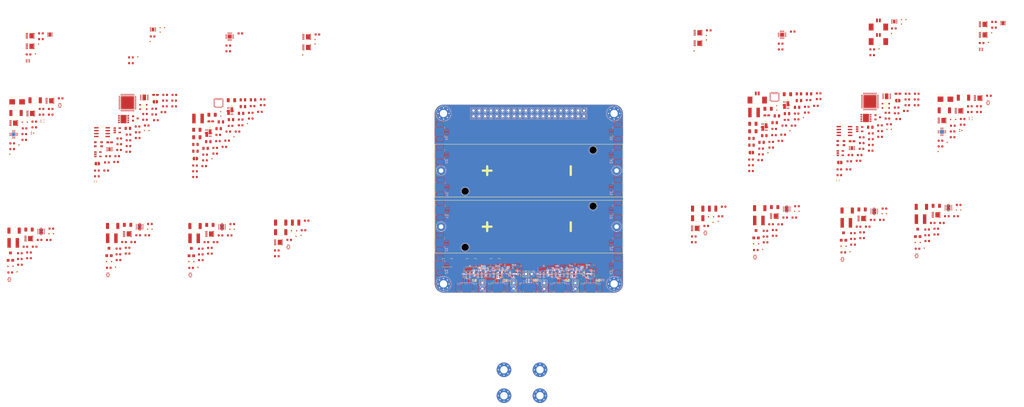
<source format=kicad_pcb>
(kicad_pcb (version 20210623) (generator pcbnew)

  (general
    (thickness 1)
  )

  (paper "A4")
  (title_block
    (title "BUTCube - EPS")
    (date "2021-08-20")
    (rev "v1.0")
    (company "VUT - FIT(STRaDe) & FME(IAE & IPE)")
    (comment 1 "Author: Petr Malaník")
  )

  (layers
    (0 "F.Cu" signal)
    (1 "In1.Cu" power)
    (2 "In2.Cu" mixed)
    (31 "B.Cu" signal)
    (32 "B.Adhes" user "B.Adhesive")
    (33 "F.Adhes" user "F.Adhesive")
    (34 "B.Paste" user)
    (35 "F.Paste" user)
    (36 "B.SilkS" user "B.Silkscreen")
    (37 "F.SilkS" user "F.Silkscreen")
    (38 "B.Mask" user)
    (39 "F.Mask" user)
    (40 "Dwgs.User" user "User.Drawings")
    (41 "Cmts.User" user "User.Comments")
    (42 "Eco1.User" user "User.Eco1")
    (43 "Eco2.User" user "User.Eco2")
    (44 "Edge.Cuts" user)
    (45 "Margin" user)
    (46 "B.CrtYd" user "B.Courtyard")
    (47 "F.CrtYd" user "F.Courtyard")
    (48 "B.Fab" user)
    (49 "F.Fab" user)
    (50 "User.1" user)
    (51 "User.2" user)
    (52 "User.3" user)
    (53 "User.4" user)
    (54 "User.5" user)
    (55 "User.6" user)
    (56 "User.7" user)
    (57 "User.8" user)
    (58 "User.9" user)
  )

  (setup
    (stackup
      (layer "F.SilkS" (type "Top Silk Screen"))
      (layer "F.Paste" (type "Top Solder Paste"))
      (layer "F.Mask" (type "Top Solder Mask") (color "Green") (thickness 0.01))
      (layer "F.Cu" (type "copper") (thickness 0.035))
      (layer "dielectric 1" (type "core") (thickness 0.28) (material "FR4") (epsilon_r 4.5) (loss_tangent 0.02))
      (layer "In1.Cu" (type "copper") (thickness 0.035))
      (layer "dielectric 2" (type "prepreg") (thickness 0.28) (material "FR4") (epsilon_r 4.5) (loss_tangent 0.02))
      (layer "In2.Cu" (type "copper") (thickness 0.035))
      (layer "dielectric 3" (type "core") (thickness 0.28) (material "FR4") (epsilon_r 4.5) (loss_tangent 0.02))
      (layer "B.Cu" (type "copper") (thickness 0.035))
      (layer "B.Mask" (type "Bottom Solder Mask") (color "Green") (thickness 0.01))
      (layer "B.Paste" (type "Bottom Solder Paste"))
      (layer "B.SilkS" (type "Bottom Silk Screen"))
      (copper_finish "Immersion gold")
      (dielectric_constraints no)
    )
    (pad_to_mask_clearance 0)
    (pcbplotparams
      (layerselection 0x00010fc_ffffffff)
      (disableapertmacros false)
      (usegerberextensions false)
      (usegerberattributes true)
      (usegerberadvancedattributes true)
      (creategerberjobfile true)
      (svguseinch false)
      (svgprecision 6)
      (excludeedgelayer true)
      (plotframeref false)
      (viasonmask false)
      (mode 1)
      (useauxorigin false)
      (hpglpennumber 1)
      (hpglpenspeed 20)
      (hpglpendiameter 15.000000)
      (dxfpolygonmode true)
      (dxfimperialunits true)
      (dxfusepcbnewfont true)
      (psnegative false)
      (psa4output false)
      (plotreference true)
      (plotvalue true)
      (plotinvisibletext false)
      (sketchpadsonfab false)
      (subtractmaskfromsilk false)
      (outputformat 1)
      (mirror false)
      (drillshape 1)
      (scaleselection 1)
      (outputdirectory "")
    )
  )

  (net 0 "")
  (net 1 "Net-(C1-Pad1)")
  (net 2 "VBUS")
  (net 3 "/Unit #1/MCU/MCU_POWER")
  (net 4 "/Unit #1/Battery charger/BAT")
  (net 5 "/Unit #1/Battery charger/SOLAR_IN")
  (net 6 "/USB power/USB_POWER")
  (net 7 "Net-(C6-Pad1)")
  (net 8 "Net-(C6-Pad2)")
  (net 9 "Net-(C7-Pad1)")
  (net 10 "GND")
  (net 11 "Net-(C7-Pad2)")
  (net 12 "Net-(C8-Pad1)")
  (net 13 "/Unit #1/Battery charger/PMID")
  (net 14 "/Unit #1/Battery charger/SYS")
  (net 15 "/Unit #1/Battery charger/REGN")
  (net 16 "/Unit #1/Activation control/PWR_OUT")
  (net 17 "Net-(C29-Pad1)")
  (net 18 "/Unit #1/MCU/OUT_CUR")
  (net 19 "Net-(C32-Pad1)")
  (net 20 "/Unit #1/MCU/VREF")
  (net 21 "Net-(C47-Pad1)")
  (net 22 "/Unit #2/MCU/MCU_POWER")
  (net 23 "/Unit #2/Battery charger/SOLAR_IN")
  (net 24 "Net-(C52-Pad1)")
  (net 25 "Net-(C52-Pad2)")
  (net 26 "Net-(C53-Pad1)")
  (net 27 "Net-(C53-Pad2)")
  (net 28 "Net-(C54-Pad1)")
  (net 29 "/Unit #2/Battery charger/PMID")
  (net 30 "/Unit #2/Battery charger/SYS")
  (net 31 "/Unit #2/Battery charger/REGN")
  (net 32 "/Unit #2/Activation control/PWR_OUT")
  (net 33 "Net-(C75-Pad1)")
  (net 34 "/Unit #2/MCU/OUT_CUR")
  (net 35 "Net-(C78-Pad1)")
  (net 36 "/Unit #2/MCU/VREF")
  (net 37 "Net-(C93-Pad1)")
  (net 38 "Net-(C94-Pad1)")
  (net 39 "/Unit #1/Output control/PWR_OUT")
  (net 40 "Net-(C96-Pad1)")
  (net 41 "Net-(C97-Pad1)")
  (net 42 "/Unit #2/Output control/PWR_OUT")
  (net 43 "Net-(C101-Pad1)")
  (net 44 "Net-(C102-Pad1)")
  (net 45 "Net-(C106-Pad1)")
  (net 46 "Net-(C107-Pad1)")
  (net 47 "Net-(C111-Pad1)")
  (net 48 "Net-(C112-Pad1)")
  (net 49 "Net-(C116-Pad1)")
  (net 50 "Net-(C117-Pad1)")
  (net 51 "Net-(C121-Pad1)")
  (net 52 "Net-(C122-Pad1)")
  (net 53 "/Unit #1/ADC/VBAT_CUR")
  (net 54 "/Unit #2/ADC/VBAT_CUR")
  (net 55 "Net-(C129-Pad1)")
  (net 56 "Net-(C130-Pad1)")
  (net 57 "Net-(C131-Pad1)")
  (net 58 "Net-(C132-Pad1)")
  (net 59 "Net-(C133-Pad1)")
  (net 60 "/Unit #2/Activation control/Activation logic/PWR_IN")
  (net 61 "Net-(C138-Pad1)")
  (net 62 "Net-(C139-Pad1)")
  (net 63 "Net-(C140-Pad1)")
  (net 64 "Net-(C141-Pad1)")
  (net 65 "Net-(C142-Pad1)")
  (net 66 "/Unit #1/Activation control/Activation logic/PWR_IN")
  (net 67 "Net-(D2-Pad2)")
  (net 68 "/Stack connector/CAN_L")
  (net 69 "/Stack connector/CAN_H")
  (net 70 "/Unit #1/ADC/1V8_CUR")
  (net 71 "/Unit #2/ADC/1V8_CUR")
  (net 72 "/Unit #1/ADC/3V3_CUR")
  (net 73 "/Unit #2/ADC/3V3_CUR")
  (net 74 "/Unit #1/ADC/5V_CUR")
  (net 75 "/Unit #2/ADC/5V_CUR")
  (net 76 "/Unit #1/Activation control/PWR_IN")
  (net 77 "/Unit #1/MCU/POWER")
  (net 78 "Net-(F3-Pad2)")
  (net 79 "/Unit #2/Activation control/PWR_IN")
  (net 80 "/Unit #2/MCU/POWER")
  (net 81 "Net-(F6-Pad2)")
  (net 82 "Net-(F7-Pad1)")
  (net 83 "/Unit #1/1V8")
  (net 84 "Net-(F8-Pad1)")
  (net 85 "/Unit #2/1V8")
  (net 86 "Net-(F9-Pad1)")
  (net 87 "/Unit #1/3V3")
  (net 88 "Net-(F10-Pad1)")
  (net 89 "/Unit #2/3V3")
  (net 90 "Net-(F11-Pad1)")
  (net 91 "/Unit #1/5V")
  (net 92 "Net-(F12-Pad1)")
  (net 93 "/Unit #2/5V")
  (net 94 "Net-(F13-Pad1)")
  (net 95 "/Unit #1/VBAT")
  (net 96 "Net-(F14-Pad1)")
  (net 97 "/Unit #2/VBAT")
  (net 98 "Net-(J7-Pad1)")
  (net 99 "/Unit #1/MCU/DBG_TX")
  (net 100 "/Unit #1/MCU/DBG_RX")
  (net 101 "/Unit #1/MCU/SWCLK")
  (net 102 "/Unit #1/MCU/SWDIO")
  (net 103 "/Unit #1/Battery temperature control/NTC_OUT")
  (net 104 "Net-(J11-Pad1)")
  (net 105 "/Stack connector/EPS#1_CHARGE")
  (net 106 "/Stack connector/RS_485_~{B}")
  (net 107 "/Stack connector/RS_485_A")
  (net 108 "/Stack connector/EPS#2_CHARGE")
  (net 109 "Net-(J19-Pad1)")
  (net 110 "/Unit #2/MCU/DBG_TX")
  (net 111 "/Unit #2/MCU/DBG_RX")
  (net 112 "/Unit #2/MCU/SWCLK")
  (net 113 "/Unit #2/MCU/SWDIO")
  (net 114 "/Unit #2/Battery temperature control/NTC_OUT")
  (net 115 "Net-(J23-Pad1)")
  (net 116 "/Activation switches/RBF_PIN")
  (net 117 "/Activation switches/SW_#1")
  (net 118 "/Activation switches/SW_#2")
  (net 119 "/Activation switches/SW_#3")
  (net 120 "/Activation switches/SW_#4")
  (net 121 "Net-(JP1-Pad2)")
  (net 122 "Net-(JP2-Pad1)")
  (net 123 "/Unit #1/MCU/NRST")
  (net 124 "Net-(JP3-Pad1)")
  (net 125 "Net-(JP3-Pad2)")
  (net 126 "Net-(JP4-Pad2)")
  (net 127 "Net-(JP5-Pad1)")
  (net 128 "/Unit #2/MCU/NRST")
  (net 129 "Net-(JP6-Pad1)")
  (net 130 "Net-(JP6-Pad2)")
  (net 131 "Net-(L3-Pad1)")
  (net 132 "Net-(L3-Pad2)")
  (net 133 "Net-(L4-Pad1)")
  (net 134 "Net-(L4-Pad2)")
  (net 135 "Net-(L5-Pad1)")
  (net 136 "Net-(L5-Pad2)")
  (net 137 "Net-(L6-Pad1)")
  (net 138 "Net-(L6-Pad2)")
  (net 139 "Net-(L7-Pad1)")
  (net 140 "Net-(L7-Pad2)")
  (net 141 "Net-(L8-Pad1)")
  (net 142 "Net-(L8-Pad2)")
  (net 143 "Net-(Q1-PadG1)")
  (net 144 "Net-(Q1-PadS1)")
  (net 145 "Net-(Q2-PadG1)")
  (net 146 "Net-(Q2-PadS1)")
  (net 147 "/Unit #1/Activation control/Activation logic/SEP_EN")
  (net 148 "Net-(Q3-Pad5)")
  (net 149 "/Unit #1/Activation control/Activation logic/RBF_EN")
  (net 150 "Net-(Q5-Pad1)")
  (net 151 "Net-(Q5-Pad3)")
  (net 152 "Net-(Q7-Pad1)")
  (net 153 "Net-(Q7-Pad4)")
  (net 154 "Net-(Q7-Pad5)")
  (net 155 "Net-(Q9-PadG1)")
  (net 156 "Net-(Q9-PadS1)")
  (net 157 "Net-(Q10-PadG1)")
  (net 158 "Net-(Q10-PadS1)")
  (net 159 "/Unit #2/Activation control/Activation logic/SEP_EN")
  (net 160 "Net-(Q11-Pad5)")
  (net 161 "/Unit #2/Activation control/Activation logic/RBF_EN")
  (net 162 "Net-(Q13-Pad1)")
  (net 163 "Net-(Q13-Pad3)")
  (net 164 "Net-(Q15-Pad1)")
  (net 165 "Net-(Q15-Pad4)")
  (net 166 "Net-(Q15-Pad5)")
  (net 167 "Net-(Q17-Pad4)")
  (net 168 "Net-(Q17-Pad5)")
  (net 169 "Net-(Q18-Pad1)")
  (net 170 "Net-(Q18-Pad4)")
  (net 171 "Net-(Q19-Pad4)")
  (net 172 "Net-(Q19-Pad5)")
  (net 173 "Net-(Q20-Pad1)")
  (net 174 "Net-(Q20-Pad4)")
  (net 175 "/Unit #1/Power supplies/Power_supply_1V8/PER_POWER")
  (net 176 "/Unit #1/MCU/1V8_EN")
  (net 177 "/Unit #2/Power supplies/Power_supply_1V8/PER_POWER")
  (net 178 "/Unit #2/MCU/1V8_EN")
  (net 179 "/Unit #1/MCU/3V3_EN")
  (net 180 "/Unit #2/MCU/3V3_EN")
  (net 181 "/Unit #1/Power supplies/Power_supply_5V/PER_POWER")
  (net 182 "/Unit #1/MCU/5V_EN")
  (net 183 "/Unit #2/Power supplies/Power_supply_5V/PER_POWER")
  (net 184 "/Unit #2/MCU/5V_EN")
  (net 185 "Net-(Q27-Pad1)")
  (net 186 "/Unit #1/MCU/VBAT_EN")
  (net 187 "Net-(Q28-Pad1)")
  (net 188 "/Unit #2/MCU/VBAT_EN")
  (net 189 "/Unit #1/Battery charger/D+")
  (net 190 "/Unit #1/Battery charger/D-")
  (net 191 "Net-(R5-Pad2)")
  (net 192 "Net-(R6-Pad2)")
  (net 193 "Net-(R7-Pad1)")
  (net 194 "Net-(R8-Pad2)")
  (net 195 "Net-(D1-Pad2)")
  (net 196 "Net-(R11-Pad1)")
  (net 197 "Net-(R16-Pad2)")
  (net 198 "Net-(R17-Pad2)")
  (net 199 "Net-(R18-Pad2)")
  (net 200 "Net-(R21-Pad2)")
  (net 201 "Net-(R22-Pad1)")
  (net 202 "Net-(R24-Pad2)")
  (net 203 "/Unit #1/MCU/VBAT")
  (net 204 "/Unit #1/MCU/VDDUSB")
  (net 205 "Net-(R30-Pad1)")
  (net 206 "/Unit #1/MCU/CAN_RS")
  (net 207 "/Unit #1/MCU/RS_485_R_EN")
  (net 208 "/Unit #1/MCU/RS_485_T_EN")
  (net 209 "/Unit #1/Battery temperature control/EN")
  (net 210 "/Unit #1/Battery temperature control/NTC_REF")
  (net 211 "/Unit #2/Battery charger/D+")
  (net 212 "/Unit #2/Battery charger/D-")
  (net 213 "Net-(R47-Pad2)")
  (net 214 "Net-(R57-Pad2)")
  (net 215 "/Unit #2/MCU/VBAT")
  (net 216 "/Unit #2/MCU/VDDUSB")
  (net 217 "/Unit #2/MCU/CAN_RS")
  (net 218 "/Unit #2/MCU/RS_485_R_EN")
  (net 219 "/Unit #2/MCU/RS_485_T_EN")
  (net 220 "/Unit #2/Battery temperature control/EN")
  (net 221 "/Unit #2/Battery temperature control/NTC_REF")
  (net 222 "Net-(R82-Pad1)")
  (net 223 "Net-(R91-Pad2)")
  (net 224 "Net-(R98-Pad2)")
  (net 225 "Net-(R105-Pad2)")
  (net 226 "Net-(R112-Pad2)")
  (net 227 "Net-(R119-Pad2)")
  (net 228 "/Unit #1/Battery temperature control/~{FAULT}")
  (net 229 "/Unit #2/Battery temperature control/~{FAULT}")
  (net 230 "Net-(TP61-Pad1)")
  (net 231 "Net-(TP62-Pad1)")
  (net 232 "Net-(TP63-Pad1)")
  (net 233 "Net-(TP64-Pad1)")
  (net 234 "Net-(TP67-Pad1)")
  (net 235 "Net-(TP69-Pad1)")
  (net 236 "Net-(TP70-Pad1)")
  (net 237 "Net-(TP71-Pad1)")
  (net 238 "Net-(TP72-Pad1)")
  (net 239 "Net-(TP75-Pad1)")
  (net 240 "/Unit #1/ADC/~{CS}")
  (net 241 "/Unit #1/MCU/SPI_MISO")
  (net 242 "/Unit #1/MCU/SPI_SCK")
  (net 243 "/Unit #1/MCU/SPI_MOSI")
  (net 244 "Net-(D1-Pad1)")
  (net 245 "/Unit #1/Battery charger/SCL")
  (net 246 "/Unit #1/Battery charger/SDA")
  (net 247 "/Unit #1/Battery charger/~{INT}")
  (net 248 "/Unit #1/MCU/WDG_RESET")
  (net 249 "/Unit #1/MCU/FRAM_CS")
  (net 250 "/Unit #1/MCU/LSE")
  (net 251 "/Unit #1/MCU/HSE")
  (net 252 "/Unit #1/Battery charger/BAT_ALERT")
  (net 253 "/Unit #1/MCU/RS_485_R")
  (net 254 "/Unit #1/MCU/RS_485_T")
  (net 255 "/Unit #1/MCU/CAN_RX")
  (net 256 "/Unit #1/MCU/CAN_TX")
  (net 257 "/Unit #2/ADC/~{CS}")
  (net 258 "/Unit #2/MCU/SPI_MISO")
  (net 259 "/Unit #2/MCU/SPI_SCK")
  (net 260 "/Unit #2/MCU/SPI_MOSI")
  (net 261 "Net-(D5-Pad1)")
  (net 262 "/Unit #2/Battery charger/SCL")
  (net 263 "/Unit #2/Battery charger/SDA")
  (net 264 "/Unit #2/Battery charger/~{INT}")
  (net 265 "/Unit #2/MCU/WDG_RESET")
  (net 266 "/Unit #2/MCU/FRAM_CS")
  (net 267 "/Unit #2/MCU/LSE")
  (net 268 "/Unit #2/MCU/HSE")
  (net 269 "/Unit #2/Battery charger/BAT_ALERT")
  (net 270 "/Unit #2/MCU/RS_485_R")
  (net 271 "/Unit #2/MCU/RS_485_T")
  (net 272 "/Unit #2/MCU/CAN_RX")
  (net 273 "/Unit #2/MCU/CAN_TX")
  (net 274 "Net-(U52-Pad6)")
  (net 275 "Net-(U53-Pad8)")
  (net 276 "Net-(U54-Pad12)")
  (net 277 "Net-(U48-Pad6)")
  (net 278 "Net-(U48-Pad8)")
  (net 279 "Net-(U48-Pad12)")
  (net 280 "Net-(U49-Pad10)")
  (net 281 "Net-(U49-Pad8)")
  (net 282 "Net-(U49-Pad12)")
  (net 283 "Net-(U50-Pad12)")
  (net 284 "Net-(U52-Pad8)")
  (net 285 "Net-(U52-Pad12)")
  (net 286 "Net-(U53-Pad10)")
  (net 287 "Net-(U53-Pad12)")
  (net 288 "Net-(D4-Pad1)")
  (net 289 "Net-(D7-Pad1)")
  (net 290 "Net-(D7-Pad2)")
  (net 291 "Net-(D8-Pad2)")
  (net 292 "Net-(D10-Pad1)")
  (net 293 "Net-(D11-Pad1)")
  (net 294 "/Unit #1/MCU/LED1")
  (net 295 "/Unit #1/MCU/LED2")
  (net 296 "Net-(R41-Pad1)")
  (net 297 "Net-(R46-Pad2)")
  (net 298 "Net-(R48-Pad1)")
  (net 299 "Net-(R49-Pad2)")
  (net 300 "Net-(R52-Pad1)")
  (net 301 "Net-(R58-Pad2)")
  (net 302 "Net-(R59-Pad2)")
  (net 303 "Net-(R62-Pad2)")
  (net 304 "Net-(R63-Pad1)")
  (net 305 "Net-(R65-Pad2)")
  (net 306 "Net-(R71-Pad1)")
  (net 307 "/Unit #2/MCU/LED1")
  (net 308 "/Unit #2/MCU/LED2")
  (net 309 "Net-(R84-Pad1)")
  (net 310 "Net-(R86-Pad1)")
  (net 311 "Net-(R88-Pad2)")
  (net 312 "Net-(R89-Pad1)")
  (net 313 "Net-(R95-Pad2)")
  (net 314 "Net-(R96-Pad1)")
  (net 315 "Net-(R102-Pad2)")
  (net 316 "Net-(R103-Pad1)")
  (net 317 "Net-(R109-Pad2)")
  (net 318 "Net-(R110-Pad1)")
  (net 319 "Net-(R116-Pad2)")
  (net 320 "Net-(R117-Pad1)")
  (net 321 "Net-(R123-Pad2)")
  (net 322 "Net-(R124-Pad1)")
  (net 323 "Net-(R126-Pad2)")
  (net 324 "Net-(R132-Pad2)")
  (net 325 "Net-(R137-Pad2)")
  (net 326 "/Unit #2/Battery charger/BAT")
  (net 327 "/Unit #1/Battery charger/BAT+")
  (net 328 "/Unit #2/Battery charger/BAT+")

  (footprint "LED_SMD:LED_0603_1608Metric_Castellated" (layer "F.Cu") (at -36.765 39.865))

  (footprint "Capacitor_SMD:C_0603_1608Metric" (layer "F.Cu") (at -6.69 62.6))

  (footprint "Package_SO:Vishay_PowerPAK_1212-8_Single" (layer "F.Cu") (at -82.91 42.45))

  (footprint "Capacitor_SMD:C_0603_1608Metric" (layer "F.Cu") (at 252.82 41.71))

  (footprint "Resistor_SMD:R_0603_1608Metric" (layer "F.Cu") (at 227.69 63.37))

  (footprint "Package_SO:SOIC-8_3.9x4.9mm_P1.27mm" (layer "F.Cu") (at -60.125 56.165))

  (footprint "Resistor_SMD:R_0603_1608Metric" (layer "F.Cu") (at -78.2 41.4))

  (footprint "Resistor_SMD:R_0603_1608Metric" (layer "F.Cu") (at 322.84 44.855))

  (footprint "Capacitor_SMD:C_0603_1608Metric" (layer "F.Cu") (at -37.335 48.425))

  (footprint "Diode_SMD:D_SOD-323F" (layer "F.Cu") (at 23.73 99.29))

  (footprint "Capacitor_SMD:C_0603_1608Metric" (layer "F.Cu") (at 261.855 74.97))

  (footprint "TCY_connectors:TestPoint_Pad_D0.5mm" (layer "F.Cu") (at 308.99 60.605))

  (footprint "TCY_IC:VQFN-HR_29(34)_4x4mm_P0.4mm" (layer "F.Cu") (at 233.555 40.775))

  (footprint "LED_SMD:LED_0603_1608Metric_Castellated" (layer "F.Cu") (at -56.785 60.635))

  (footprint "Resistor_SMD:R_0603_1608Metric" (layer "F.Cu") (at 27.86 99.07))

  (footprint "Resistor_SMD:R_0603_1608Metric" (layer "F.Cu") (at 267.78 100.34))

  (footprint "Package_TO_SOT_SMD:SOT-23-5" (layer "F.Cu") (at 262.275 65.33))

  (footprint "Resistor_SMD:R_0603_1608Metric" (layer "F.Cu") (at 276.2 19.99))

  (footprint "Resistor_SMD:R_0603_1608Metric" (layer "F.Cu") (at 311.3 58.375))

  (footprint "MountingHole:MountingHole_3.2mm_M3_Pad_Via" (layer "F.Cu") (at 89 122.5))

  (footprint "Resistor_SMD:R_0603_1608Metric" (layer "F.Cu") (at -92.01 111.28))

  (footprint "Capacitor_SMD:C_0603_1608Metric" (layer "F.Cu") (at -15.51 71.01))

  (footprint "Resistor_SMD:R_0603_1608Metric" (layer "F.Cu") (at -46.52 104.22))

  (footprint "Capacitor_SMD:C_0603_1608Metric" (layer "F.Cu") (at 308.8 92.93))

  (footprint "Resistor_SMD:R_0603_1608Metric" (layer "F.Cu") (at -93.96 54.51))

  (footprint "TCY_connectors:TestPoint_Pad_D0.5mm" (layer "F.Cu") (at 206.69 95.63))

  (footprint "Resistor_SMD:R_2010_5025Metric" (layer "F.Cu") (at 227.08 89.41))

  (footprint "TCY_connectors:Amphenol_10114830-11102LF_1x02_P1.25mm_Horizontal" (layer "F.Cu") (at 99.25 122))

  (footprint "Capacitor_SMD:C_0603_1608Metric" (layer "F.Cu") (at -36.615 50.935))

  (footprint "Package_SO:Vishay_PowerPAK_1212-8_Single" (layer "F.Cu") (at 314.12 46.845))

  (footprint "Resistor_SMD:R_0603_1608Metric" (layer "F.Cu") (at 113.7 118.2 -90))

  (footprint "Package_DFN_QFN:UQFN-10_1.4x1.8mm_P0.4mm" (layer "F.Cu") (at -100.6 120.6))

  (footprint "Capacitor_SMD:C_0603_1608Metric" (layer "F.Cu") (at 306.01 62.415))

  (footprint "Resistor_SMD:R_0603_1608Metric" (layer "F.Cu") (at 276.2 22.5))

  (footprint "Package_DFN_QFN:UQFN-10_1.4x1.8mm_P0.4mm" (layer "F.Cu") (at 225 110.8))

  (footprint "Resistor_SMD:R_0603_1608Metric" (layer "F.Cu") (at 151.187255 118.138244 -90))

  (footprint "Resistor_SMD:R_0603_1608Metric" (layer "F.Cu") (at 266.705 66.18))

  (footprint "Capacitor_SMD:C_0603_1608Metric" (layer "F.Cu") (at 229.63 104.34))

  (footprint "Resistor_SMD:R_0603_1608Metric" (layer "F.Cu") (at -57.995 69.415))

  (footprint "Capacitor_SMD:C_0603_1608Metric" (layer "F.Cu") (at 313.95 87.98))

  (footprint "TCY_connectors:TestPoint_Pad_D0.5mm" (layer "F.Cu") (at -44.52 23.21))

  (footprint "TCY_connectors:TestPoint_Pad_D0.5mm" (layer "F.Cu") (at -12.13 67.78))

  (footprint "Resistor_SMD:R_0603_1608Metric" (layer "F.Cu") (at -48.565 57.235))

  (footprint "Resistor_SMD:R_0603_1608Metric" (layer "F.Cu") (at 295.555 41.88))

  (footprint "Resistor_SMD:R_0603_1608Metric" (layer "F.Cu") (at 223.28 70.65))

  (footprint "Connector_PinHeader_2.54mm:PinHeader_1x02_P2.54mm_Vertical" (layer "F.Cu") (at 146.6 124.675 180))

  (footprint "Capacitor_SMD:C_0603_1608Metric" (layer "F.Cu") (at 287.585 50.43))

  (footprint "Resistor_SMD:R_0603_1608Metric" (layer "F.Cu") (at 248.41 42.15))

  (footprint "Resistor_SMD:R_0603_1608Metric" (layer "F.Cu") (at -38.05 14.32))

  (footprint "Resistor_SMD:R_0603_1608Metric" (layer "F.Cu") (at -86.81 12.98))

  (footprint "Resistor_SMD:R_0603_1608Metric" (layer "F.Cu") (at 290.875 46.9))

  (footprint "Package_DFN_QFN:UQFN-10_1.4x1.8mm_P0.4mm" (layer "F.Cu") (at -21.6 118.6))

  (footprint "Resistor_SMD:R_0603_1608Metric" (layer "F.Cu") (at -50.53 104.22))

  (footprint "Resistor_SMD:R_0603_1608Metric" (layer "F.Cu") (at 300.18 101.25))

  (footprint "TCY_connectors:TestPoint_Pad_D0.5mm" (layer "F.Cu") (at -39.08 16.55))

  (footprint "TCY_connectors:TestPoint_Pad_D0.5mm" (layer "F.Cu") (at -8.29 47.2))

  (footprint "Capacitor_SMD:C_0805_2012Metric" (layer "F.Cu") (at 233.61 52.02))

  (footprint "Package_SO:Vishay_PowerPAK_1212-8_Single" (layer "F.Cu") (at -92.11 102.7))

  (footprint "Resistor_SMD:R_0603_1608Metric" (layer "F.Cu")
    (tedit 5B301BBD) (tstamp 249dde04-fcd9-478d-ae59-29eecb97a975)
    (at -10.7 63.04)
    (descr "Resistor SMD 0603 (1608 Metric), square (rectangular) end terminal, IPC_7351 nominal, (Body size source: http://www.tortai-tech.com/upload/download/2011102023233369053.pdf), generated with kicad-footprint-generator")
    (tags "resistor")
    (property "Sheetfile" "Battery_charger.kicad_sch")
    (property "Sheetname" "Battery charger")
    (path "/3fbfe5f5-450c-4c51-813c-f3d5ddddd4e3/69a229f7-d3f6-4b7d-9358-aa1002ac32e6/d45b4f05-d8e9-4eba-9eb3-ce065b686501")
    (attr smd)
    (fp_text reference "R11" (at 0 -1.43) (layer "F.SilkS") hide
      (effects (font (size 1 1) (thickness 0.15)))
      (tstamp d1fe83fd-1046-4eaf-b985-0dd351fefcb6)
    )
    (fp_text value "100R" (at 0 1.43) (layer "F.Fab")
      (effects (font (size 1 1) (thickness 0.15)))
      (tstamp 60d516e0-9c19-4805-a41e-ffeb3c38c018)
    )
    (fp_text user "${REFERENCE}" (at 0 0) (layer "F.Fab")
      (effects (font (size 0.4 0.4) (thickness 0.06)))
      (tstamp 58754e16-a09b-4982-a146-61f6ab822f92)
    )
    (fp_line (start -0.162779 0.51) (end 0.162779 0.51) (layer "F.SilkS") (width 0.12) (tstamp 84401d8d-7a3d-4291-be03-82f8c71d37d0))
    (fp_line (start -0.162779 -0.51) (e
... [3345888 chars truncated]
</source>
